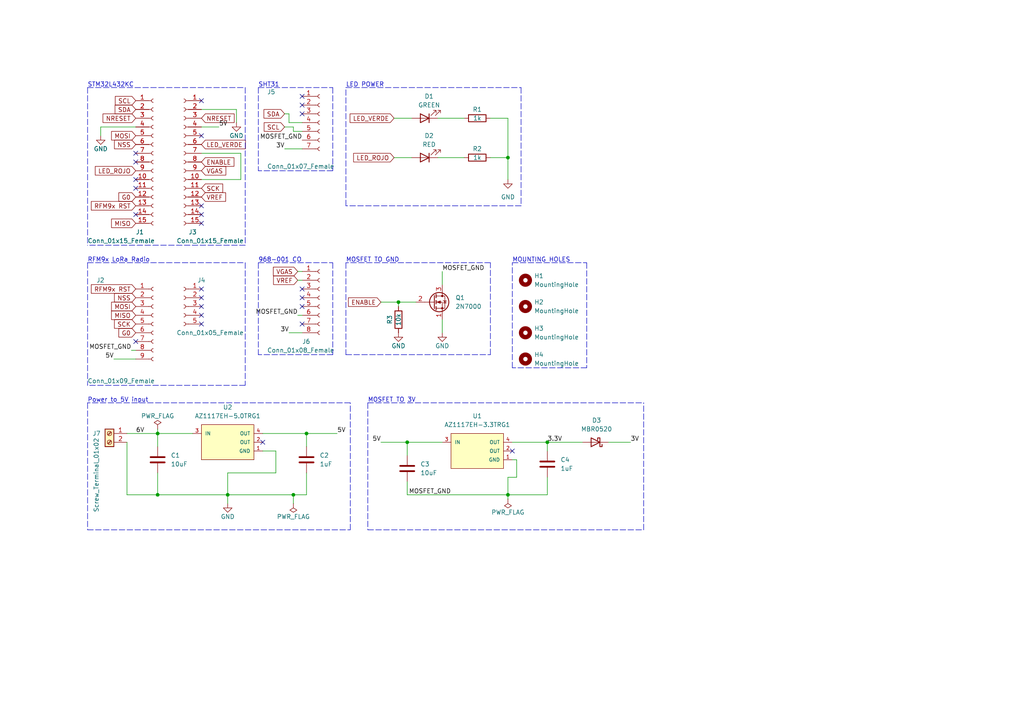
<source format=kicad_sch>
(kicad_sch (version 20211123) (generator eeschema)
  (paper "A4")
  (title_block (title "Nodo Sensor") (date "2022-05-22") (rev "1.0") (company "UTEC"))
  (lib_symbols
    (symbol "AZ1117EH-3.3TRG1 Voltage Regulator:AZ1117EH-3.3TRG1" (pin_names (offset 1.016))
      (property "Reference" "U1" (at 0 10.16 0))
      (property "Value" "AZ1117EH-3.3TRG1" (at 0 7.62 0))
      (symbol "AZ1117EH-3.3TRG1_0_0"
        (rectangle (start -7.62 -5.08) (end 7.62 5.08) (stroke (width 0.1524)) (fill (type background)))
        (pin power_in line (at 10.16 -2.54 180) (length 2.54) (name "GND") (number "1"))
        (pin output line (at 10.16 0 180) (length 2.54) (name "OUT") (number "2"))
        (pin input line (at -10.16 2.54 0) (length 2.54) (name "IN") (number "3"))
        (pin output line (at 10.16 2.54 180) (length 2.54) (name "OUT") (number "4"))
      )
    )
    (symbol "AZ1117EH-5.0TRG1 Voltage Regulator:AZ1117EH-5.0TRG1" (pin_names (offset 1.016))
      (property "Reference" "U2" (at 0 10.16 0))
      (property "Value" "AZ1117EH-5.0TRG1" (at 0 7.62 0))
      (symbol "AZ1117EH-5.0TRG1_0_0"
        (rectangle (start -7.62 -5.08) (end 7.62 5.08) (stroke (width 0.1524)) (fill (type background)))
        (pin power_in line (at 10.16 -2.54 180) (length 2.54) (name "GND") (number "1"))
        (pin output line (at 10.16 0 180) (length 2.54) (name "OUT") (number "2"))
        (pin input line (at -10.16 2.54 0) (length 2.54) (name "IN") (number "3"))
        (pin output line (at 10.16 2.54 180) (length 2.54) (name "OUT") (number "4"))
      )
    )
    (symbol "Connector:Conn_01x05_Female" (pin_names (offset 1.016) hide)
      (property "Reference" "J" (at 0 7.62 0))
      (property "Value" "Conn_01x05_Female" (at 0 -7.62 0))
      (symbol "Conn_01x05_Female_1_1"
        (arc (start 0 -4.572) (mid -0.508 -5.08) (end 0 -5.588) (stroke (width 0.1524)))
        (arc (start 0 -2.032) (mid -0.508 -2.54) (end 0 -3.048) (stroke (width 0.1524)))
        (polyline (pts (xy -1.27 -5.08) (xy -0.508 -5.08)) (stroke (width 0.1524)))
        (polyline (pts (xy -1.27 -2.54) (xy -0.508 -2.54)) (stroke (width 0.1524)))
        (polyline (pts (xy -1.27 0) (xy -0.508 0)) (stroke (width 0.1524)))
        (polyline (pts (xy -1.27 2.54) (xy -0.508 2.54)) (stroke (width 0.1524)))
        (polyline (pts (xy -1.27 5.08) (xy -0.508 5.08)) (stroke (width 0.1524)))
        (arc (start 0 0.508) (mid -0.508 0) (end 0 -0.508) (stroke (width 0.1524)))
        (arc (start 0 3.048) (mid -0.508 2.54) (end 0 2.032) (stroke (width 0.1524)))
        (arc (start 0 5.588) (mid -0.508 5.08) (end 0 4.572) (stroke (width 0.1524)))
        (pin passive line (at -5.08 5.08 0) (length 3.81) (name "Pin_1") (number "1"))
        (pin passive line (at -5.08 2.54 0) (length 3.81) (name "Pin_2") (number "2"))
        (pin passive line (at -5.08 0 0) (length 3.81) (name "Pin_3") (number "3"))
        (pin passive line (at -5.08 -2.54 0) (length 3.81) (name "Pin_4") (number "4"))
        (pin passive line (at -5.08 -5.08 0) (length 3.81) (name "Pin_5") (number "5"))
      )
    )
    (symbol "Connector:Conn_01x07_Female" (pin_names (offset 1.016) hide)
      (property "Reference" "J" (at 0 10.16 0))
      (property "Value" "Conn_01x07_Female" (at 0 -10.16 0))
      (symbol "Conn_01x07_Female_1_1"
        (arc (start 0 -7.112) (mid -0.508 -7.62) (end 0 -8.128) (stroke (width 0.1524)))
        (arc (start 0 -4.572) (mid -0.508 -5.08) (end 0 -5.588) (stroke (width 0.1524)))
        (arc (start 0 -2.032) (mid -0.508 -2.54) (end 0 -3.048) (stroke (width 0.1524)))
        (polyline (pts (xy -1.27 -7.62) (xy -0.508 -7.62)) (stroke (width 0.1524)))
        (polyline (pts (xy -1.27 -5.08) (xy -0.508 -5.08)) (stroke (width 0.1524)))
        (polyline (pts (xy -1.27 -2.54) (xy -0.508 -2.54)) (stroke (width 0.1524)))
        (polyline (pts (xy -1.27 0) (xy -0.508 0)) (stroke (width 0.1524)))
        (polyline (pts (xy -1.27 2.54) (xy -0.508 2.54)) (stroke (width 0.1524)))
        (polyline (pts (xy -1.27 5.08) (xy -0.508 5.08)) (stroke (width 0.1524)))
        (polyline (pts (xy -1.27 7.62) (xy -0.508 7.62)) (stroke (width 0.1524)))
        (arc (start 0 0.508) (mid -0.508 0) (end 0 -0.508) (stroke (width 0.1524)))
        (arc (start 0 3.048) (mid -0.508 2.54) (end 0 2.032) (stroke (width 0.1524)))
        (arc (start 0 5.588) (mid -0.508 5.08) (end 0 4.572) (stroke (width 0.1524)))
        (arc (start 0 8.128) (mid -0.508 7.62) (end 0 7.112) (stroke (width 0.1524)))
        (pin passive line (at -5.08 7.62 0) (length 3.81) (name "Pin_1") (number "1"))
        (pin passive line (at -5.08 5.08 0) (length 3.81) (name "Pin_2") (number "2"))
        (pin passive line (at -5.08 2.54 0) (length 3.81) (name "Pin_3") (number "3"))
        (pin passive line (at -5.08 0 0) (length 3.81) (name "Pin_4") (number "4"))
        (pin passive line (at -5.08 -2.54 0) (length 3.81) (name "Pin_5") (number "5"))
        (pin passive line (at -5.08 -5.08 0) (length 3.81) (name "Pin_6") (number "6"))
        (pin passive line (at -5.08 -7.62 0) (length 3.81) (name "Pin_7") (number "7"))
      )
    )
    (symbol "Connector:Conn_01x08_Female" (pin_names (offset 1.016) hide)
      (property "Reference" "J" (at 0 10.16 0))
      (property "Value" "Conn_01x08_Female" (at 0 -12.7 0))
      (symbol "Conn_01x08_Female_1_1"
        (arc (start 0 -9.652) (mid -0.508 -10.16) (end 0 -10.668) (stroke (width 0.1524)))
        (arc (start 0 -7.112) (mid -0.508 -7.62) (end 0 -8.128) (stroke (width 0.1524)))
        (arc (start 0 -4.572) (mid -0.508 -5.08) (end 0 -5.588) (stroke (width 0.1524)))
        (arc (start 0 -2.032) (mid -0.508 -2.54) (end 0 -3.048) (stroke (width 0.1524)))
        (polyline (pts (xy -1.27 -10.16) (xy -0.508 -10.16)) (stroke (width 0.1524)))
        (polyline (pts (xy -1.27 -7.62) (xy -0.508 -7.62)) (stroke (width 0.1524)))
        (polyline (pts (xy -1.27 -5.08) (xy -0.508 -5.08)) (stroke (width 0.1524)))
        (polyline (pts (xy -1.27 -2.54) (xy -0.508 -2.54)) (stroke (width 0.1524)))
        (polyline (pts (xy -1.27 0) (xy -0.508 0)) (stroke (width 0.1524)))
        (polyline (pts (xy -1.27 2.54) (xy -0.508 2.54)) (stroke (width 0.1524)))
        (polyline (pts (xy -1.27 5.08) (xy -0.508 5.08)) (stroke (width 0.1524)))
        (polyline (pts (xy -1.27 7.62) (xy -0.508 7.62)) (stroke (width 0.1524)))
        (arc (start 0 0.508) (mid -0.508 0) (end 0 -0.508) (stroke (width 0.1524)))
        (arc (start 0 3.048) (mid -0.508 2.54) (end 0 2.032) (stroke (width 0.1524)))
        (arc (start 0 5.588) (mid -0.508 5.08) (end 0 4.572) (stroke (width 0.1524)))
        (arc (start 0 8.128) (mid -0.508 7.62) (end 0 7.112) (stroke (width 0.1524)))
        (pin passive line (at -5.08 7.62 0) (length 3.81) (name "Pin_1") (number "1"))
        (pin passive line (at -5.08 5.08 0) (length 3.81) (name "Pin_2") (number "2"))
        (pin passive line (at -5.08 2.54 0) (length 3.81) (name "Pin_3") (number "3"))
        (pin passive line (at -5.08 0 0) (length 3.81) (name "Pin_4") (number "4"))
        (pin passive line (at -5.08 -2.54 0) (length 3.81) (name "Pin_5") (number "5"))
        (pin passive line (at -5.08 -5.08 0) (length 3.81) (name "Pin_6") (number "6"))
        (pin passive line (at -5.08 -7.62 0) (length 3.81) (name "Pin_7") (number "7"))
        (pin passive line (at -5.08 -10.16 0) (length 3.81) (name "Pin_8") (number "8"))
      )
    )
    (symbol "Connector:Conn_01x09_Female" (pin_names (offset 1.016) hide)
      (property "Reference" "J" (at 0 12.7 0))
      (property "Value" "Conn_01x09_Female" (at 0 -12.7 0))
      (symbol "Conn_01x09_Female_1_1"
        (arc (start 0 -9.652) (mid -0.508 -10.16) (end 0 -10.668) (stroke (width 0.1524)))
        (arc (start 0 -7.112) (mid -0.508 -7.62) (end 0 -8.128) (stroke (width 0.1524)))
        (arc (start 0 -4.572) (mid -0.508 -5.08) (end 0 -5.588) (stroke (width 0.1524)))
        (arc (start 0 -2.032) (mid -0.508 -2.54) (end 0 -3.048) (stroke (width 0.1524)))
        (polyline (pts (xy -1.27 -10.16) (xy -0.508 -10.16)) (stroke (width 0.1524)))
        (polyline (pts (xy -1.27 -7.62) (xy -0.508 -7.62)) (stroke (width 0.1524)))
        (polyline (pts (xy -1.27 -5.08) (xy -0.508 -5.08)) (stroke (width 0.1524)))
        (polyline (pts (xy -1.27 -2.54) (xy -0.508 -2.54)) (stroke (width 0.1524)))
        (polyline (pts (xy -1.27 0) (xy -0.508 0)) (stroke (width 0.1524)))
        (polyline (pts (xy -1.27 2.54) (xy -0.508 2.54)) (stroke (width 0.1524)))
        (polyline (pts (xy -1.27 5.08) (xy -0.508 5.08)) (stroke (width 0.1524)))
        (polyline (pts (xy -1.27 7.62) (xy -0.508 7.62)) (stroke (width 0.1524)))
        (polyline (pts (xy -1.27 10.16) (xy -0.508 10.16)) (stroke (width 0.1524)))
        (arc (start 0 0.508) (mid -0.508 0) (end 0 -0.508) (stroke (width 0.1524)))
        (arc (start 0 3.048) (mid -0.508 2.54) (end 0 2.032) (stroke (width 0.1524)))
        (arc (start 0 5.588) (mid -0.508 5.08) (end 0 4.572) (stroke (width 0.1524)))
        (arc (start 0 8.128) (mid -0.508 7.62) (end 0 7.112) (stroke (width 0.1524)))
        (arc (start 0 10.668) (mid -0.508 10.16) (end 0 9.652) (stroke (width 0.1524)))
        (pin passive line (at -5.08 10.16 0) (length 3.81) (name "Pin_1") (number "1"))
        (pin passive line (at -5.08 7.62 0) (length 3.81) (name "Pin_2") (number "2"))
        (pin passive line (at -5.08 5.08 0) (length 3.81) (name "Pin_3") (number "3"))
        (pin passive line (at -5.08 2.54 0) (length 3.81) (name "Pin_4") (number "4"))
        (pin passive line (at -5.08 0 0) (length 3.81) (name "Pin_5") (number "5"))
        (pin passive line (at -5.08 -2.54 0) (length 3.81) (name "Pin_6") (number "6"))
        (pin passive line (at -5.08 -5.08 0) (length 3.81) (name "Pin_7") (number "7"))
        (pin passive line (at -5.08 -7.62 0) (length 3.81) (name "Pin_8") (number "8"))
        (pin passive line (at -5.08 -10.16 0) (length 3.81) (name "Pin_9") (number "9"))
      )
    )
    (symbol "Connector:Conn_01x15_Female" (pin_names (offset 1.016) hide)
      (property "Reference" "J" (at 0 20.32 0))
      (property "Value" "Conn_01x15_Female" (at 0 -20.32 0))
      (symbol "Conn_01x15_Female_1_1"
        (arc (start 0 -17.272) (mid -0.508 -17.78) (end 0 -18.288) (stroke (width 0.1524)))
        (arc (start 0 -14.732) (mid -0.508 -15.24) (end 0 -15.748) (stroke (width 0.1524)))
        (arc (start 0 -12.192) (mid -0.508 -12.7) (end 0 -13.208) (stroke (width 0.1524)))
        (arc (start 0 -9.652) (mid -0.508 -10.16) (end 0 -10.668) (stroke (width 0.1524)))
        (arc (start 0 -7.112) (mid -0.508 -7.62) (end 0 -8.128) (stroke (width 0.1524)))
        (arc (start 0 -4.572) (mid -0.508 -5.08) (end 0 -5.588) (stroke (width 0.1524)))
        (arc (start 0 -2.032) (mid -0.508 -2.54) (end 0 -3.048) (stroke (width 0.1524)))
        (polyline (pts (xy -1.27 -17.78) (xy -0.508 -17.78)) (stroke (width 0.1524)))
        (polyline (pts (xy -1.27 -15.24) (xy -0.508 -15.24)) (stroke (width 0.1524)))
        (polyline (pts (xy -1.27 -12.7) (xy -0.508 -12.7)) (stroke (width 0.1524)))
        (polyline (pts (xy -1.27 -10.16) (xy -0.508 -10.16)) (stroke (width 0.1524)))
        (polyline (pts (xy -1.27 -7.62) (xy -0.508 -7.62)) (stroke (width 0.1524)))
        (polyline (pts (xy -1.27 -5.08) (xy -0.508 -5.08)) (stroke (width 0.1524)))
        (polyline (pts (xy -1.27 -2.54) (xy -0.508 -2.54)) (stroke (width 0.1524)))
        (polyline (pts (xy -1.27 0) (xy -0.508 0)) (stroke (width 0.1524)))
        (polyline (pts (xy -1.27 2.54) (xy -0.508 2.54)) (stroke (width 0.1524)))
        (polyline (pts (xy -1.27 5.08) (xy -0.508 5.08)) (stroke (width 0.1524)))
        (polyline (pts (xy -1.27 7.62) (xy -0.508 7.62)) (stroke (width 0.1524)))
        (polyline (pts (xy -1.27 10.16) (xy -0.508 10.16)) (stroke (width 0.1524)))
        (polyline (pts (xy -1.27 12.7) (xy -0.508 12.7)) (stroke (width 0.1524)))
        (polyline (pts (xy -1.27 15.24) (xy -0.508 15.24)) (stroke (width 0.1524)))
        (polyline (pts (xy -1.27 17.78) (xy -0.508 17.78)) (stroke (width 0.1524)))
        (arc (start 0 0.508) (mid -0.508 0) (end 0 -0.508) (stroke (width 0.1524)))
        (arc (start 0 3.048) (mid -0.508 2.54) (end 0 2.032) (stroke (width 0.1524)))
        (arc (start 0 5.588) (mid -0.508 5.08) (end 0 4.572) (stroke (width 0.1524)))
        (arc (start 0 8.128) (mid -0.508 7.62) (end 0 7.112) (stroke (width 0.1524)))
        (arc (start 0 10.668) (mid -0.508 10.16) (end 0 9.652) (stroke (width 0.1524)))
        (arc (start 0 13.208) (mid -0.508 12.7) (end 0 12.192) (stroke (width 0.1524)))
        (arc (start 0 15.748) (mid -0.508 15.24) (end 0 14.732) (stroke (width 0.1524)))
        (arc (start 0 18.288) (mid -0.508 17.78) (end 0 17.272) (stroke (width 0.1524)))
        (pin passive line (at -5.08 17.78 0) (length 3.81) (name "Pin_1") (number "1"))
        (pin passive line (at -5.08 -5.08 0) (length 3.81) (name "Pin_10") (number "10"))
        (pin passive line (at -5.08 -7.62 0) (length 3.81) (name "Pin_11") (number "11"))
        (pin passive line (at -5.08 -10.16 0) (length 3.81) (name "Pin_12") (number "12"))
        (pin passive line (at -5.08 -12.7 0) (length 3.81) (name "Pin_13") (number "13"))
        (pin passive line (at -5.08 -15.24 0) (length 3.81) (name "Pin_14") (number "14"))
        (pin passive line (at -5.08 -17.78 0) (length 3.81) (name "Pin_15") (number "15"))
        (pin passive line (at -5.08 15.24 0) (length 3.81) (name "Pin_2") (number "2"))
        (pin passive line (at -5.08 12.7 0) (length 3.81) (name "Pin_3") (number "3"))
        (pin passive line (at -5.08 10.16 0) (length 3.81) (name "Pin_4") (number "4"))
        (pin passive line (at -5.08 7.62 0) (length 3.81) (name "Pin_5") (number "5"))
        (pin passive line (at -5.08 5.08 0) (length 3.81) (name "Pin_6") (number "6"))
        (pin passive line (at -5.08 2.54 0) (length 3.81) (name "Pin_7") (number "7"))
        (pin passive line (at -5.08 0 0) (length 3.81) (name "Pin_8") (number "8"))
        (pin passive line (at -5.08 -2.54 0) (length 3.81) (name "Pin_9") (number "9"))
      )
    )
    (symbol "Connector:Screw_Terminal_01x02" (pin_names (offset 1.016) hide)
      (property "Reference" "J" (at 0 2.54 0))
      (property "Value" "Screw_Terminal_01x02" (at 0 -5.08 0))
      (symbol "Screw_Terminal_01x02_1_1"
        (rectangle (start -1.27 1.27) (end 1.27 -3.81) (stroke (width 0.254)) (fill (type background)))
        (circle (center 0 -2.54) (radius 0.635) (stroke (width 0.1524)))
        (polyline (pts (xy -0.5334 -2.2098) (xy 0.3302 -3.048)) (stroke (width 0.1524)))
        (polyline (pts (xy -0.5334 0.3302) (xy 0.3302 -0.508)) (stroke (width 0.1524)))
        (polyline (pts (xy -0.3556 -2.032) (xy 0.508 -2.8702)) (stroke (width 0.1524)))
        (polyline (pts (xy -0.3556 0.508) (xy 0.508 -0.3302)) (stroke (width 0.1524)))
        (circle (center 0 0) (radius 0.635) (stroke (width 0.1524)))
        (pin passive line (at -5.08 0 0) (length 3.81) (name "Pin_1") (number "1"))
        (pin passive line (at -5.08 -2.54 0) (length 3.81) (name "Pin_2") (number "2"))
      )
    )
    (symbol "Device:C" (pin_numbers hide) (pin_names (offset 0.254))
      (property "Reference" "C" (at 0.635 2.54 0))
      (property "Value" "C" (at 0.635 -2.54 0))
      (symbol "C_0_1"
        (polyline (pts (xy -2.032 -0.762) (xy 2.032 -0.762)) (stroke (width 0.508)))
        (polyline (pts (xy -2.032 0.762) (xy 2.032 0.762)) (stroke (width 0.508)))
      )
      (symbol "C_1_1"
        (pin passive line (at 0 3.81 270) (length 2.794) (name "~") (number "1"))
        (pin passive line (at 0 -3.81 90) (length 2.794) (name "~") (number "2"))
      )
    )
    (symbol "Device:LED" (pin_numbers hide) (pin_names (offset 1.016) hide)
      (property "Reference" "D" (at 0 2.54 0))
      (property "Value" "LED" (at 0 -2.54 0))
      (symbol "LED_0_1"
        (polyline (pts (xy -1.27 -1.27) (xy -1.27 1.27)) (stroke (width 0.254)))
        (polyline (pts (xy -1.27 0) (xy 1.27 0)))
        (polyline (pts (xy 1.27 -1.27) (xy 1.27 1.27) (xy -1.27 0) (xy 1.27 -1.27)) (stroke (width 0.254)))
        (polyline (pts (xy -3.048 -0.762) (xy -4.572 -2.286) (xy -3.81 -2.286) (xy -4.572 -2.286) (xy -4.572 -1.524)))
        (polyline (pts (xy -1.778 -0.762) (xy -3.302 -2.286) (xy -2.54 -2.286) (xy -3.302 -2.286) (xy -3.302 -1.524)))
      )
      (symbol "LED_1_1"
        (pin passive line (at -3.81 0 0) (length 2.54) (name "K") (number "1"))
        (pin passive line (at 3.81 0 180) (length 2.54) (name "A") (number "2"))
      )
    )
    (symbol "Device:R" (pin_numbers hide) (pin_names (offset 0))
      (property "Reference" "R" (at 2.032 0 90))
      (property "Value" "R" (at 0 0 90))
      (symbol "R_0_1"
        (rectangle (start -1.016 -2.54) (end 1.016 2.54) (stroke (width 0.254)))
      )
      (symbol "R_1_1"
        (pin passive line (at 0 3.81 270) (length 1.27) (name "~") (number "1"))
        (pin passive line (at 0 -3.81 90) (length 1.27) (name "~") (number "2"))
      )
    )
    (symbol "Diode:MBR0520" (pin_numbers hide) (pin_names (offset 1.016) hide)
      (property "Reference" "D" (at 0 2.54 0))
      (property "Value" "MBR0520" (at 0 -2.54 0))
      (symbol "MBR0520_0_1"
        (polyline (pts (xy 1.27 0) (xy -1.27 0)))
        (polyline (pts (xy 1.27 1.27) (xy 1.27 -1.27) (xy -1.27 0) (xy 1.27 1.27)) (stroke (width 0.254)))
        (polyline (pts (xy -1.905 0.635) (xy -1.905 1.27) (xy -1.27 1.27) (xy -1.27 -1.27) (xy -0.635 -1.27) (xy -0.635 -0.635)) (stroke (width 0.254)))
      )
      (symbol "MBR0520_1_1"
        (pin passive line (at -3.81 0 0) (length 2.54) (name "K") (number "1"))
        (pin passive line (at 3.81 0 180) (length 2.54) (name "A") (number "2"))
      )
    )
    (symbol "Mechanical:MountingHole" (pin_names (offset 1.016))
      (property "Reference" "H" (at 0 5.08 0))
      (property "Value" "MountingHole" (at 0 3.175 0))
      (symbol "MountingHole_0_1"
        (circle (center 0 0) (radius 1.27) (stroke (width 1.27)))
      )
    )
    (symbol "Transistor_FET:2N7000" (pin_names hide)
      (property "Reference" "Q" (at 5.08 1.905 0))
      (property "Value" "2N7000" (at 5.08 0 0))
      (symbol "2N7000_0_1"
        (polyline (pts (xy 0.254 0) (xy -2.54 0)))
        (polyline (pts (xy 0.254 1.905) (xy 0.254 -1.905)) (stroke (width 0.254)))
        (polyline (pts (xy 0.762 -1.27) (xy 0.762 -2.286)) (stroke (width 0.254)))
        (polyline (pts (xy 0.762 0.508) (xy 0.762 -0.508)) (stroke (width 0.254)))
        (polyline (pts (xy 0.762 2.286) (xy 0.762 1.27)) (stroke (width 0.254)))
        (polyline (pts (xy 2.54 2.54) (xy 2.54 1.778)))
        (polyline (pts (xy 2.54 -2.54) (xy 2.54 0) (xy 0.762 0)))
        (polyline (pts (xy 0.762 -1.778) (xy 3.302 -1.778) (xy 3.302 1.778) (xy 0.762 1.778)))
        (polyline (pts (xy 1.016 0) (xy 2.032 0.381) (xy 2.032 -0.381) (xy 1.016 0)) (fill (type outline)))
        (polyline (pts (xy 2.794 0.508) (xy 2.921 0.381) (xy 3.683 0.381) (xy 3.81 0.254)))
        (polyline (pts (xy 3.302 0.381) (xy 2.921 -0.254) (xy 3.683 -0.254) (xy 3.302 0.381)))
        (circle (center 1.651 0) (radius 2.794) (stroke (width 0.254)))
        (circle (center 2.54 -1.778) (radius 0.254) (fill (type outline)))
        (circle (center 2.54 1.778) (radius 0.254) (fill (type outline)))
      )
      (symbol "2N7000_1_1"
        (pin passive line (at 2.54 -5.08 90) (length 2.54) (name "S") (number "1"))
        (pin input line (at -5.08 0 0) (length 2.54) (name "G") (number "2"))
        (pin passive line (at 2.54 5.08 270) (length 2.54) (name "D") (number "3"))
      )
    )
    (symbol "power:GND" (power) (pin_names (offset 0))
      (property "Value" "GND" (at 0 -3.81 0))
      (symbol "GND_0_1"
        (polyline (pts (xy 0 0) (xy 0 -1.27) (xy 1.27 -1.27) (xy 0 -2.54) (xy -1.27 -1.27) (xy 0 -1.27)))
      )
      (symbol "GND_1_1"
        (pin power_in line (at 0 0 270) (length 0) hide (name "GND") (number "1"))
      )
    )
    (symbol "power:PWR_FLAG" (power) (pin_numbers hide) (pin_names (offset 0) hide)
      (property "Value" "PWR_FLAG" (at 0 3.81 0))
      (symbol "PWR_FLAG_0_0"
        (pin power_out line (at 0 0 90) (length 0) (name "pwr") (number "1"))
      )
      (symbol "PWR_FLAG_0_1"
        (polyline (pts (xy 0 0) (xy 0 1.27) (xy -1.016 1.905) (xy 0 2.54) (xy 1.016 1.905) (xy 0 1.27)))
      )
    )
  )
  (junction (at 45.72 143.51))
  (junction (at 147.32 45.72))
  (junction (at 45.72 125.73))
  (junction (at 158.75 128.27))
  (junction (at 118.11 128.27))
  (junction (at 115.57 87.63))
  (junction (at 66.04 143.51))
  (junction (at 88.9 125.73))
  (junction (at 147.32 143.51))
  (junction (at 85.09 143.51))
  (no_connect (at 87.63 27.94))
  (no_connect (at 87.63 33.02))
  (no_connect (at 87.63 30.48))
  (no_connect (at 87.63 93.98))
  (no_connect (at 58.42 64.77))
  (no_connect (at 58.42 59.69))
  (no_connect (at 58.42 88.9))
  (no_connect (at 58.42 86.36))
  (no_connect (at 58.42 91.44))
  (no_connect (at 58.42 83.82))
  (no_connect (at 39.37 99.06))
  (no_connect (at 58.42 93.98))
  (no_connect (at 39.37 44.45))
  (no_connect (at 39.37 52.07))
  (no_connect (at 39.37 46.99))
  (no_connect (at 39.37 54.61))
  (no_connect (at 58.42 62.23))
  (no_connect (at 58.42 39.37))
  (no_connect (at 58.42 29.21))
  (no_connect (at 87.63 88.9))
  (no_connect (at 87.63 86.36))
  (no_connect (at 87.63 83.82))
  (no_connect (at 148.59 130.81))
  (no_connect (at 76.2 128.27))
  (no_connect (at 39.37 62.23))
  (wire (pts (xy 86.36 78.74) (xy 87.63 78.74)))
  (polyline (pts (xy 142.24 102.87) (xy 142.24 76.2)))
  (polyline (pts (xy 25.4 153.67) (xy 101.6 153.67)))
  (wire (pts (xy 158.75 128.27) (xy 158.75 130.81)))
  (polyline (pts (xy 74.93 25.4) (xy 96.52 25.4)))
  (wire (pts (xy 115.57 87.63) (xy 115.57 88.9)))
  (polyline (pts (xy 74.93 76.2) (xy 96.52 76.2)))
  (wire (pts (xy 128.27 92.71) (xy 128.27 96.52)))
  (wire (pts (xy 147.32 138.43) (xy 147.32 143.51)))
  (polyline (pts (xy 101.6 153.67) (xy 101.6 116.84)))
  (wire (pts (xy 118.11 139.7) (xy 118.11 143.51)))
  (wire (pts (xy 33.02 104.14) (xy 39.37 104.14)))
  (polyline (pts (xy 100.33 25.4) (xy 151.13 25.4)))
  (wire (pts (xy 86.36 91.44) (xy 87.63 91.44)))
  (wire (pts (xy 29.21 36.83) (xy 29.21 39.37)))
  (polyline (pts (xy 100.33 102.87) (xy 142.24 102.87)))
  (polyline (pts (xy 25.4 25.4) (xy 25.4 71.12)))
  (polyline (pts (xy 25.4 25.4) (xy 71.12 25.4)))
  (wire (pts (xy 127 45.72) (xy 134.62 45.72)))
  (wire (pts (xy 82.55 43.18) (xy 87.63 43.18)))
  (wire (pts (xy 85.09 36.83) (xy 85.09 38.1)))
  (wire (pts (xy 88.9 125.73) (xy 88.9 129.54)))
  (polyline (pts (xy 25.4 76.2) (xy 25.4 111.76)))
  (polyline (pts (xy 106.68 116.84) (xy 106.68 153.67)))
  (wire (pts (xy 142.24 45.72) (xy 147.32 45.72)))
  (wire (pts (xy 36.83 125.73) (xy 45.72 125.73)))
  (polyline (pts (xy 71.12 111.76) (xy 25.4 111.76)))
  (wire (pts (xy 85.09 143.51) (xy 66.04 143.51)))
  (polyline (pts (xy 142.24 76.2) (xy 100.33 76.2)))
  (wire (pts (xy 88.9 137.16) (xy 88.9 143.51)))
  (wire (pts (xy 80.01 130.81) (xy 80.01 137.16)))
  (wire (pts (xy 147.32 34.29) (xy 147.32 45.72)))
  (wire (pts (xy 80.01 137.16) (xy 66.04 137.16)))
  (wire (pts (xy 82.55 36.83) (xy 85.09 36.83)))
  (polyline (pts (xy 74.93 25.4) (xy 74.93 49.53)))
  (polyline (pts (xy 148.59 106.68) (xy 148.59 76.2)))
  (wire (pts (xy 149.86 138.43) (xy 147.32 138.43)))
  (polyline (pts (xy 25.4 116.84) (xy 25.4 153.67)))
  (polyline (pts (xy 96.52 49.53) (xy 74.93 49.53)))
  (wire (pts (xy 36.83 128.27) (xy 36.83 143.51)))
  (wire (pts (xy 158.75 138.43) (xy 158.75 143.51)))
  (polyline (pts (xy 151.13 59.69) (xy 100.33 59.69)))
  (wire (pts (xy 58.42 31.75) (xy 68.58 31.75)))
  (wire (pts (xy 88.9 143.51) (xy 85.09 143.51)))
  (wire (pts (xy 147.32 144.78) (xy 147.32 143.51)))
  (wire (pts (xy 118.11 128.27) (xy 118.11 132.08)))
  (wire (pts (xy 83.82 33.02) (xy 83.82 35.56)))
  (wire (pts (xy 83.82 96.52) (xy 87.63 96.52)))
  (wire (pts (xy 85.09 38.1) (xy 87.63 38.1)))
  (wire (pts (xy 58.42 44.45) (xy 69.85 44.45)))
  (polyline (pts (xy 96.52 25.4) (xy 96.52 49.53)))
  (wire (pts (xy 110.49 128.27) (xy 118.11 128.27)))
  (polyline (pts (xy 96.52 76.2) (xy 96.52 102.87)))
  (wire (pts (xy 88.9 125.73) (xy 97.79 125.73)))
  (polyline (pts (xy 101.6 116.84) (xy 25.4 116.84)))
  (wire (pts (xy 86.36 81.28) (xy 87.63 81.28)))
  (wire (pts (xy 114.3 45.72) (xy 119.38 45.72)))
  (wire (pts (xy 66.04 137.16) (xy 66.04 143.51)))
  (wire (pts (xy 69.85 44.45) (xy 69.85 52.07)))
  (wire (pts (xy 45.72 124.46) (xy 45.72 125.73)))
  (wire (pts (xy 142.24 34.29) (xy 147.32 34.29)))
  (wire (pts (xy 45.72 125.73) (xy 55.88 125.73)))
  (wire (pts (xy 158.75 128.27) (xy 168.91 128.27)))
  (wire (pts (xy 114.3 34.29) (xy 119.38 34.29)))
  (polyline (pts (xy 100.33 76.2) (xy 100.33 102.87)))
  (wire (pts (xy 127 34.29) (xy 134.62 34.29)))
  (wire (pts (xy 45.72 129.54) (xy 45.72 125.73)))
  (wire (pts (xy 36.83 143.51) (xy 45.72 143.51)))
  (wire (pts (xy 69.85 52.07) (xy 58.42 52.07)))
  (wire (pts (xy 148.59 133.35) (xy 149.86 133.35)))
  (polyline (pts (xy 186.69 153.67) (xy 186.69 116.84)))
  (wire (pts (xy 148.59 128.27) (xy 158.75 128.27)))
  (wire (pts (xy 118.11 143.51) (xy 147.32 143.51)))
  (wire (pts (xy 82.55 33.02) (xy 83.82 33.02)))
  (wire (pts (xy 76.2 130.81) (xy 80.01 130.81)))
  (wire (pts (xy 115.57 87.63) (xy 120.65 87.63)))
  (wire (pts (xy 45.72 137.16) (xy 45.72 143.51)))
  (wire (pts (xy 76.2 125.73) (xy 88.9 125.73)))
  (polyline (pts (xy 151.13 25.4) (xy 151.13 59.69)))
  (polyline (pts (xy 106.68 116.84) (xy 186.69 116.84)))
  (wire (pts (xy 110.49 87.63) (xy 115.57 87.63)))
  (polyline (pts (xy 100.33 59.69) (xy 100.33 25.4)))
  (wire (pts (xy 63.5 36.83) (xy 58.42 36.83)))
  (polyline (pts (xy 106.68 153.67) (xy 186.69 153.67)))
  (polyline (pts (xy 71.12 25.4) (xy 71.12 71.12)))
  (polyline (pts (xy 170.18 106.68) (xy 148.59 106.68)))
  (wire (pts (xy 68.58 31.75) (xy 68.58 35.56)))
  (wire (pts (xy 66.04 143.51) (xy 66.04 146.05)))
  (wire (pts (xy 45.72 143.51) (xy 66.04 143.51)))
  (polyline (pts (xy 170.18 76.2) (xy 170.18 106.68)))
  (wire (pts (xy 85.09 146.05) (xy 85.09 143.51)))
  (wire (pts (xy 118.11 128.27) (xy 128.27 128.27)))
  (polyline (pts (xy 148.59 76.2) (xy 170.18 76.2)))
  (wire (pts (xy 147.32 45.72) (xy 147.32 52.07)))
  (polyline (pts (xy 71.12 71.12) (xy 25.4 71.12)))
  (polyline (pts (xy 96.52 102.87) (xy 74.93 102.87)))
  (wire (pts (xy 39.37 36.83) (xy 29.21 36.83)))
  (polyline (pts (xy 71.12 76.2) (xy 71.12 111.76)))
  (wire (pts (xy 158.75 143.51) (xy 147.32 143.51)))
  (wire (pts (xy 176.53 128.27) (xy 182.88 128.27)))
  (wire (pts (xy 83.82 35.56) (xy 87.63 35.56)))
  (wire (pts (xy 149.86 133.35) (xy 149.86 138.43)))
  (polyline (pts (xy 25.4 76.2) (xy 71.12 76.2)))
  (polyline (pts (xy 74.93 76.2) (xy 74.93 102.87)))
  (wire (pts (xy 38.1 101.6) (xy 39.37 101.6)))
  (wire (pts (xy 128.27 82.55) (xy 128.27 78.74)))
  (text "SHT31" (at 74.93 25.4 0) (effects (font (size 1.27 1.27)) (justify left bottom)))
  (text "STM32L432KC" (at 25.4 25.4 0) (effects (font (size 1.27 1.27)) (justify left bottom)))
  (text "Power to 5V input\n" (at 25.4 116.84 0) (effects (font (size 1.27 1.27)) (justify left bottom)))
  (text "MOSFET TO 3V" (at 106.68 116.84 0) (effects (font (size 1.27 1.27)) (justify left bottom)))
  (text "968-001 CO" (at 74.93 76.2 0) (effects (font (size 1.27 1.27)) (justify left bottom)))
  (text "MOUNTING HOLES\n" (at 148.59 76.2 0) (effects (font (size 1.27 1.27)) (justify left bottom)))
  (text "RFM9x LoRa Radio" (at 25.4 76.2 0) (effects (font (size 1.27 1.27)) (justify left bottom)))
  (text "LED POWER" (at 100.33 25.4 0) (effects (font (size 1.27 1.27)) (justify left bottom)))
  (text "MOSFET TO GND" (at 100.33 76.2 0) (effects (font (size 1.27 1.27)) (justify left bottom)))
  (label "5V" (at 33.02 104.14 180))
  (label "MOSFET_GND" (at 38.1 101.6 180))
  (label "6V" (at 41.91 125.73 180))
  (label "MOSFET_GND" (at 86.36 91.44 180))
  (label "5V" (at 97.79 125.73 0))
  (label "3.3V" (at 158.75 128.27 0))
  (label "5V" (at 110.49 128.27 180))
  (label "5V" (at 63.5 36.83 0))
  (label "MOSFET_GND" (at 130.81 143.51 180))
  (label "3V" (at 182.88 128.27 0))
  (label "MOSFET_GND" (at 87.63 40.64 180))
  (label "3V" (at 83.82 96.52 180))
  (label "MOSFET_GND" (at 128.27 78.74 0))
  (label "3V" (at 82.55 43.18 180))
  (global_label "LED_VERDE" (shape input) (at 58.42 41.91 0) (property "Intersheet References" "${INTERSHEET_REFS}" (effects hide)))
  (global_label "RFM9x RST" (shape input) (at 39.37 83.82 180) (property "Intersheet References" "${INTERSHEET_REFS}" (effects hide)))
  (global_label "NSS" (shape input) (at 39.37 41.91 180) (property "Intersheet References" "${INTERSHEET_REFS}" (effects hide)))
  (global_label "RFM9x RST" (shape input) (at 39.37 59.69 180) (property "Intersheet References" "${INTERSHEET_REFS}" (effects hide)))
  (global_label "NSS" (shape input) (at 39.37 86.36 180) (property "Intersheet References" "${INTERSHEET_REFS}" (effects hide)))
  (global_label "VGAS" (shape input) (at 86.36 78.74 180) (property "Intersheet References" "${INTERSHEET_REFS}" (effects hide)))
  (global_label "G0" (shape input) (at 39.37 57.15 180) (property "Intersheet References" "${INTERSHEET_REFS}" (effects hide)))
  (global_label "SCL" (shape input) (at 82.55 36.83 180) (property "Intersheet References" "${INTERSHEET_REFS}" (effects hide)))
  (global_label "SDA" (shape input) (at 39.37 31.75 180) (property "Intersheet References" "${INTERSHEET_REFS}" (effects hide)))
  (global_label "MISO" (shape input) (at 39.37 64.77 180) (property "Intersheet References" "${INTERSHEET_REFS}" (effects hide)))
  (global_label "NRESET" (shape input) (at 58.42 34.29 0) (property "Intersheet References" "${INTERSHEET_REFS}" (effects hide)))
  (global_label "SCK" (shape input) (at 58.42 54.61 0) (property "Intersheet References" "${INTERSHEET_REFS}" (effects hide)))
  (global_label "LED_VERDE" (shape input) (at 114.3 34.29 180) (property "Intersheet References" "${INTERSHEET_REFS}" (effects hide)))
  (global_label "VGAS" (shape input) (at 58.42 49.53 0) (property "Intersheet References" "${INTERSHEET_REFS}" (effects hide)))
  (global_label "ENABLE" (shape input) (at 110.49 87.63 180) (property "Intersheet References" "${INTERSHEET_REFS}" (effects hide)))
  (global_label "LED_ROJO" (shape input) (at 114.3 45.72 180) (property "Intersheet References" "${INTERSHEET_REFS}" (effects hide)))
  (global_label "VREF" (shape input) (at 86.36 81.28 180) (property "Intersheet References" "${INTERSHEET_REFS}" (effects hide)))
  (global_label "SDA" (shape input) (at 82.55 33.02 180) (property "Intersheet References" "${INTERSHEET_REFS}" (effects hide)))
  (global_label "G0" (shape input) (at 39.37 96.52 180) (property "Intersheet References" "${INTERSHEET_REFS}" (effects hide)))
  (global_label "MOSI" (shape input) (at 39.37 88.9 180) (property "Intersheet References" "${INTERSHEET_REFS}" (effects hide)))
  (global_label "VREF" (shape input) (at 58.42 57.15 0) (property "Intersheet References" "${INTERSHEET_REFS}" (effects hide)))
  (global_label "MISO" (shape input) (at 39.37 91.44 180) (property "Intersheet References" "${INTERSHEET_REFS}" (effects hide)))
  (global_label "ENABLE" (shape input) (at 58.42 46.99 0) (property "Intersheet References" "${INTERSHEET_REFS}" (effects hide)))
  (global_label "NRESET" (shape input) (at 39.37 34.29 180) (property "Intersheet References" "${INTERSHEET_REFS}" (effects hide)))
  (global_label "MOSI" (shape input) (at 39.37 39.37 180) (property "Intersheet References" "${INTERSHEET_REFS}" (effects hide)))
  (global_label "LED_ROJO" (shape input) (at 39.37 49.53 180) (property "Intersheet References" "${INTERSHEET_REFS}" (effects hide)))
  (global_label "SCK" (shape input) (at 39.37 93.98 180) (property "Intersheet References" "${INTERSHEET_REFS}" (effects hide)))
  (global_label "SCL" (shape input) (at 39.37 29.21 180) (property "Intersheet References" "${INTERSHEET_REFS}" (effects hide)))
  (symbol (lib_id "Mechanical:MountingHole") (at 152.4 88.9 0) (unit 1)
    (property "Reference" "H2" (at 154.94 87.6299 0) (effects (justify left)))
    (property "Value" "MountingHole" (at 154.94 90.1699 0) (effects (justify left)))
    (property "Footprint" "MountingHole:MountingHole_3.2mm_M3" (effects hide))
  )
  (symbol (lib_id "Device:LED") (at 123.19 34.29 180) (unit 1)
    (property "Reference" "D1" (at 124.46 27.94 0))
    (property "Value" "GREEN" (at 124.46 30.48 0))
    (property "Footprint" "LED_THT:LED_D5.0mm" (effects hide))
  )
  (symbol (lib_id "AZ1117EH-5.0TRG1 Voltage Regulator:AZ1117EH-5.0TRG1") (at 66.04 128.27 0) (unit 1)
    (property "Reference" "U2" (at 66.04 118.11 0))
    (property "Value" "AZ1117EH-5.0TRG1" (at 66.04 120.65 0))
    (property "Footprint" "AZ1117EH-5.0TRG1 Voltage Regultator:SOT230P700X180-4N" (effects hide))
    (property "MF" "Diodes Inc." (effects hide))
    (property "PRICE" "None" (effects hide))
    (property "MOUSER-PURCHASE-URL" "https://snapeda.com/shop?store=Mouser&id=482930" (effects hide))
    (property "DESCRIPTION" "Linear Voltage Regulator IC 1 Output 1A SOT-223" (effects hide))
    (property "AVAILABILITY" "Good" (effects hide))
    (property "PACKAGE" "SOT-223 Diodes Inc." (effects hide))
    (property "DIGIKEY-PURCHASE-URL" "https://snapeda.com/shop?store=DigiKey&id=482930" (effects hide))
    (property "MP" "AZ1117EH-5.0TRG1" (effects hide))
    (property "ARROW_ELECTRONICS-PURCHASE-URL" "https://snapeda.com/shop?store=Arrow+Electronics&id=482930" (effects hide))
  )
  (symbol (lib_id "power:PWR_FLAG") (at 45.72 124.46 0) (unit 1)
    (property "Reference" "#FLG01" (effects hide))
    (property "Value" "PWR_FLAG" (at 45.72 120.65 0))
  )
  (symbol (lib_id "Mechanical:MountingHole") (at 152.4 96.52 0) (unit 1)
    (property "Reference" "H3" (at 154.94 95.2499 0) (effects (justify left)))
    (property "Value" "MountingHole" (at 154.94 97.7899 0) (effects (justify left)))
    (property "Footprint" "MountingHole:MountingHole_3.2mm_M3" (effects hide))
  )
  (symbol (lib_id "power:GND") (at 128.27 96.52 0) (unit 1)
    (property "Reference" "#PWR01" (effects hide))
    (property "Value" "GND" (at 128.27 100.33 0))
  )
  (symbol (lib_id "Connector:Screw_Terminal_01x02") (at 31.75 125.73 0) (mirror y) (unit 1)
    (property "Reference" "J7" (at 29.21 125.7299 0) (effects (justify left)))
    (property "Value" "Screw_Terminal_01x02" (at 27.94 148.59 90) (effects (justify left)))
    (property "Footprint" "TerminalBlock:TerminalBlock_bornier-2_P5.08mm" (effects hide))
  )
  (symbol (lib_id "Device:C") (at 158.75 134.62 0) (unit 1)
    (property "Reference" "C4" (at 162.56 133.3499 0) (effects (justify left)))
    (property "Value" "1uF" (at 162.56 135.8899 0) (effects (justify left)))
    (property "Footprint" "Capacitor_THT:CP_Radial_D5.0mm_P2.50mm" (effects hide))
  )
  (symbol (lib_id "power:PWR_FLAG") (at 147.32 144.78 180) (unit 1)
    (property "Reference" "#FLG03" (effects hide))
    (property "Value" "PWR_FLAG" (at 147.32 148.59 0))
  )
  (symbol (lib_id "Device:R") (at 115.57 92.71 0) (unit 1)
    (property "Reference" "R3" (at 113.03 92.71 90))
    (property "Value" "10k" (at 115.57 92.71 90))
    (property "Footprint" "Resistor_THT:R_Axial_DIN0207_L6.3mm_D2.5mm_P10.16mm_Horizontal" (effects hide))
  )
  (symbol (lib_id "Connector:Conn_01x07_Female") (at 92.71 35.56 0) (unit 1)
    (property "Reference" "J5" (at 77.47 26.67 0) (effects (justify left)))
    (property "Value" "Conn_01x07_Female" (at 77.47 48.26 0) (effects (justify left)))
    (property "Footprint" "Connector_PinSocket_2.54mm:PinSocket_1x07_P2.54mm_Vertical" (effects hide))
  )
  (symbol (lib_id "Connector:Conn_01x15_Female") (at 44.45 46.99 0) (unit 1)
    (property "Reference" "J1" (at 39.37 67.31 0) (effects (justify left)))
    (property "Value" "Conn_01x15_Female" (at 25.4 69.85 0) (effects (justify left)))
    (property "Footprint" "Connector_PinSocket_2.54mm:PinSocket_1x15_P2.54mm_Vertical" (effects hide))
  )
  (symbol (lib_id "power:PWR_FLAG") (at 85.09 146.05 180) (unit 1)
    (property "Reference" "#FLG02" (effects hide))
    (property "Value" "PWR_FLAG" (at 85.09 149.86 0))
  )
  (symbol (lib_id "Device:C") (at 88.9 133.35 0) (unit 1)
    (property "Reference" "C2" (at 92.71 132.0799 0) (effects (justify left)))
    (property "Value" "1uF" (at 92.71 134.6199 0) (effects (justify left)))
    (property "Footprint" "Capacitor_THT:CP_Radial_D5.0mm_P2.50mm" (effects hide))
  )
  (symbol (lib_id "Diode:MBR0520") (at 172.72 128.27 180) (unit 1)
    (property "Reference" "D3" (at 173.0375 121.92 0))
    (property "Value" "MBR0520" (at 173.0375 124.46 0))
    (property "Footprint" "Diode_SMD:D_SOD-123" (effects hide))
    (property "Datasheet" "http://www.mccsemi.com/up_pdf/MBR0520~MBR0580(SOD123).pdf" (effects hide))
  )
  (symbol (lib_id "Connector:Conn_01x05_Female") (at 53.34 88.9 0) (mirror y) (unit 1)
    (property "Reference" "J4" (at 58.42 81.28 0))
    (property "Value" "Conn_01x05_Female" (at 60.96 96.52 0))
    (property "Footprint" "Connector_PinSocket_2.54mm:PinSocket_1x05_P2.54mm_Vertical" (effects hide))
  )
  (symbol (lib_id "Device:LED") (at 123.19 45.72 180) (unit 1)
    (property "Reference" "D2" (at 124.46 39.37 0))
    (property "Value" "RED" (at 124.46 41.91 0))
    (property "Footprint" "LED_THT:LED_D5.0mm" (effects hide))
  )
  (symbol (lib_id "Transistor_FET:2N7000") (at 125.73 87.63 0) (unit 1)
    (property "Reference" "Q1" (at 132.08 86.3599 0) (effects (justify left)))
    (property "Value" "2N7000" (at 132.08 88.8999 0) (effects (justify left)))
    (property "Footprint" "Package_TO_SOT_THT:TO-92_Inline" (effects hide))
    (property "Datasheet" "https://www.onsemi.com/pub/Collateral/NDS7002A-D.PDF" (effects hide))
  )
  (symbol (lib_id "Connector:Conn_01x15_Female") (at 53.34 46.99 0) (mirror y) (unit 1)
    (property "Reference" "J3" (at 55.88 67.31 0))
    (property "Value" "Conn_01x15_Female" (at 60.96 69.85 0))
    (property "Footprint" "Connector_PinSocket_2.54mm:PinSocket_1x15_P2.54mm_Vertical" (effects hide))
  )
  (symbol (lib_id "Device:C") (at 118.11 135.89 0) (unit 1)
    (property "Reference" "C3" (at 121.92 134.6199 0) (effects (justify left)))
    (property "Value" "10uF" (at 121.92 137.1599 0) (effects (justify left)))
    (property "Footprint" "Capacitor_THT:CP_Radial_D5.0mm_P2.50mm" (effects hide))
  )
  (symbol (lib_id "Connector:Conn_01x08_Female") (at 92.71 86.36 0) (unit 1)
    (property "Reference" "J6" (at 87.63 99.06 0) (effects (justify left)))
    (property "Value" "Conn_01x08_Female" (at 77.47 101.6 0) (effects (justify left)))
    (property "Footprint" "Connector_PinSocket_2.54mm:PinSocket_1x08_P2.54mm_Vertical" (effects hide))
  )
  (symbol (lib_id "Mechanical:MountingHole") (at 152.4 104.14 0) (unit 1)
    (property "Reference" "H4" (at 154.94 102.8699 0) (effects (justify left)))
    (property "Value" "MountingHole" (at 154.94 105.4099 0) (effects (justify left)))
    (property "Footprint" "MountingHole:MountingHole_3.2mm_M3" (effects hide))
  )
  (symbol (lib_id "AZ1117EH-3.3TRG1 Voltage Regulator:AZ1117EH-3.3TRG1") (at 138.43 130.81 0) (unit 1)
    (property "Reference" "U1" (at 138.43 120.65 0))
    (property "Value" "AZ1117EH-3.3TRG1" (at 138.43 123.19 0))
    (property "Footprint" "AZ1117EH-3.3TRG1 Voltage Regulator:SOT230P700X180-4N" (effects hide))
    (property "MANUFACTURER" "DIODES" (effects hide))
    (property "STANDARD" "IPC-7351B" (effects hide))
    (property "PARTREV" "3-2" (effects hide))
  )
  (symbol (lib_id "Mechanical:MountingHole") (at 152.4 81.28 0) (unit 1)
    (property "Reference" "H1" (at 154.94 80.0099 0) (effects (justify left)))
    (property "Value" "MountingHole" (at 154.94 82.5499 0) (effects (justify left)))
    (property "Footprint" "MountingHole:MountingHole_3.2mm_M3" (effects hide))
  )
  (symbol (lib_id "Device:R") (at 138.43 45.72 270) (unit 1)
    (property "Reference" "R2" (at 138.43 43.18 90))
    (property "Value" "1k" (at 138.43 45.72 90))
    (property "Footprint" "Resistor_THT:R_Axial_DIN0207_L6.3mm_D2.5mm_P10.16mm_Horizontal" (effects hide))
  )
  (symbol (lib_id "power:GND") (at 68.58 35.56 0) (unit 1)
    (property "Reference" "#PWR04" (effects hide))
    (property "Value" "GND" (at 68.58 39.37 0))
  )
  (symbol (lib_id "Connector:Conn_01x09_Female") (at 44.45 93.98 0) (unit 1)
    (property "Reference" "J2" (at 27.94 81.28 0) (effects (justify left)))
    (property "Value" "Conn_01x09_Female" (at 25.4 110.49 0) (effects (justify left)))
    (property "Footprint" "Connector_PinSocket_2.54mm:PinSocket_1x09_P2.54mm_Vertical" (effects hide))
  )
  (symbol (lib_id "power:GND") (at 147.32 52.07 0) (unit 1)
    (property "Reference" "#PWR08" (effects hide))
    (property "Value" "GND" (at 147.32 57.15 0))
  )
  (symbol (lib_id "power:GND") (at 29.21 39.37 0) (unit 1)
    (property "Reference" "#PWR02" (effects hide))
    (property "Value" "GND" (at 29.21 43.18 0))
  )
  (symbol (lib_id "power:GND") (at 115.57 96.52 0) (unit 1)
    (property "Reference" "#PWR?" (effects hide))
    (property "Value" "GND" (at 115.57 100.33 0))
  )
  (symbol (lib_id "power:GND") (at 66.04 146.05 0) (unit 1)
    (property "Reference" "#PWR03" (effects hide))
    (property "Value" "GND" (at 66.04 149.86 0))
  )
  (symbol (lib_id "Device:R") (at 138.43 34.29 270) (unit 1)
    (property "Reference" "R1" (at 138.43 31.75 90))
    (property "Value" "1k" (at 138.43 34.29 90))
    (property "Footprint" "Resistor_THT:R_Axial_DIN0207_L6.3mm_D2.5mm_P10.16mm_Horizontal" (effects hide))
  )
  (symbol (lib_id "Device:C") (at 45.72 133.35 0) (unit 1)
    (property "Reference" "C1" (at 49.53 132.0799 0) (effects (justify left)))
    (property "Value" "10uF" (at 49.53 134.6199 0) (effects (justify left)))
    (property "Footprint" "Capacitor_THT:CP_Radial_D5.0mm_P2.50mm" (effects hide))
  )
)
</source>
